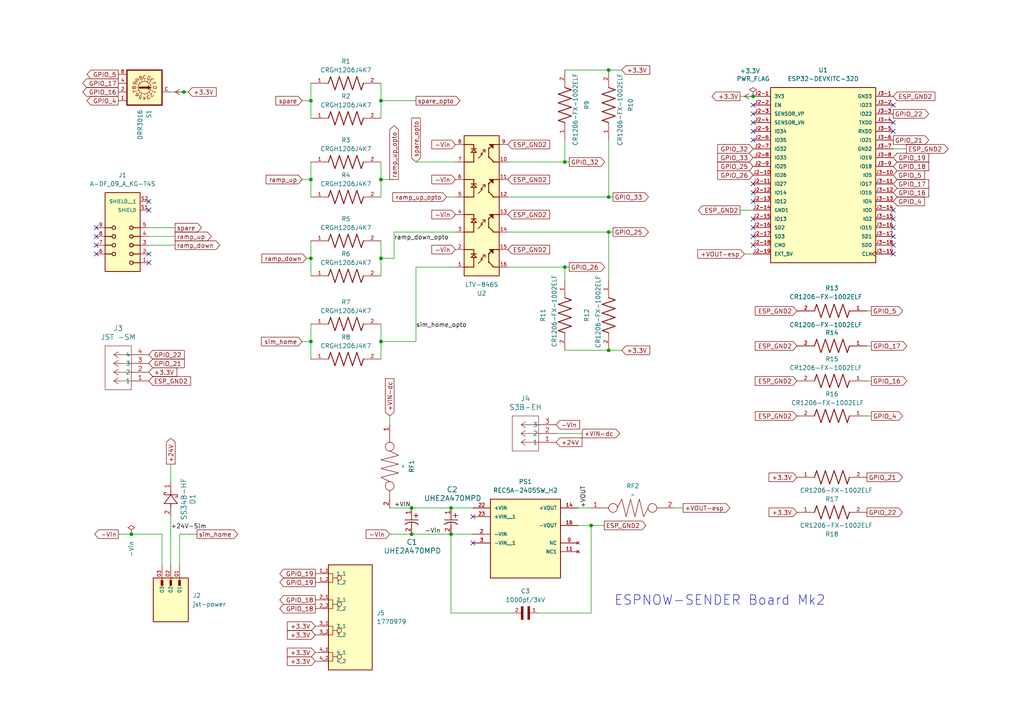
<source format=kicad_sch>
(kicad_sch (version 20250114) (generator "eeschema") (generator_version "9.0")
  (paper "A4")
  (lib_symbols
    (symbol "1770979:1770979" (pin_names (offset 1.016))
      (property "Reference" "J" (at -6.85 15.24 0))
      (property "Value" "1770979" (at -6.35 -17.78 0))
      (symbol "1770979_0_0"
        (pin passive line (at -10.16 12.7 0) (length 5.08) (name "1_1") (number "1_1"))
        (pin passive line (at -10.16 10.16 0) (length 5.08) (name "1_2") (number "1_2"))
        (pin passive line (at -10.16 5.08 0) (length 5.08) (name "2_1") (number "2_1"))
        (pin passive line (at -10.16 2.54 0) (length 5.08) (name "2_2") (number "2_2"))
        (pin passive line (at -10.16 -2.54 0) (length 5.08) (name "3_1") (number "3_1"))
        (pin passive line (at -10.16 -5.08 0) (length 5.08) (name "3_2") (number "3_2"))
        (pin passive line (at -10.16 -10.16 0) (length 5.08) (name "4_1") (number "4_1"))
        (pin passive line (at -10.16 -12.7 0) (length 5.08) (name "4_2") (number "4_2"))
      )
    )
    (symbol "CL31B106KAHNNNE:CL31B106KAHNNNE" (pin_names (offset 1.016))
      (property "Reference" "C" (at 0 3.81 0))
      (property "Value" "CL31B106KAHNNNE" (at 0 -5.08 0))
      (symbol "CL31B106KAHNNNE_0_0"
        (pin passive line (at -2.54 0 0) (length 2.54) (name "~") (number "2"))
        (pin passive line (at 5.08 0 180) (length 2.54) (name "~") (number "1"))
      )
    )
    (symbol "CR1206-FX-1002ELF:CR1206-FX-1002ELF" (pin_names (offset 1.016))
      (property "Reference" "R" (at -7.6244 2.5415 0))
      (property "Value" "CR1206-FX-1002ELF" (at -7.63 -5.0866 0))
      (symbol "CR1206-FX-1002ELF_0_0"
        (pin passive line (at -10.16 0 0) (length 5.08) (name "~") (number "1"))
        (pin passive line (at 10.16 0 180) (length 5.08) (name "~") (number "2"))
      )
    )
    (symbol "CRGH1206J4K7:CRGH1206J4K7" (pin_names (offset 1.016))
      (property "Reference" "R" (at -7.6244 2.5415 0))
      (property "Value" "CRGH1206J4K7" (at -7.63 -5.0866 0))
      (symbol "CRGH1206J4K7_0_0"
        (pin passive line (at -10.16 0 0) (length 5.08) (name "~") (number "1"))
        (pin passive line (at 10.16 0 180) (length 5.08) (name "~") (number "2"))
      )
    )
    (symbol "DRR3016:DRR3016" (pin_names (offset 1.016))
      (property "Reference" "S" (at -4.4499 -5.0856 90))
      (property "Value" "DRR3016" (at 8.9007 -5.0861 90))
      (symbol "DRR3016_0_0"
        (pin passive line (at -2.54 7.62 270) (length 2.54) (name "~") (number "1"))
        (pin passive line (at 0 7.62 270) (length 2.54) (name "~") (number "2"))
        (pin passive line (at 0 -7.62 90) (length 2.54) (name "~") (number "C"))
        (pin passive line (at 2.54 7.62 270) (length 2.54) (name "~") (number "4"))
        (pin passive line (at 5.08 7.62 270) (length 2.54) (name "~") (number "8"))
      )
    )
    (symbol "LTV-846S:LTV-846S" (pin_names (offset 1.016))
      (property "Reference" "U" (at -5.08 21.082 0))
      (property "Value" "LTV-846S" (at -5.08 -22.86 0))
      (symbol "LTV-846S_0_0"
        (pin passive line (at -7.62 17.78 0) (length 2.54) (name "~") (number "1"))
        (pin passive line (at -7.62 12.7 0) (length 2.54) (name "~") (number "2"))
        (pin passive line (at -7.62 7.62 0) (length 2.54) (name "~") (number "3"))
        (pin passive line (at -7.62 2.54 0) (length 2.54) (name "~") (number "4"))
        (pin passive line (at -7.62 -2.54 0) (length 2.54) (name "~") (number "5"))
        (pin passive line (at -7.62 -7.62 0) (length 2.54) (name "~") (number "6"))
        (pin passive line (at -7.62 -12.7 0) (length 2.54) (name "~") (number "7"))
        (pin passive line (at -7.62 -17.78 0) (length 2.54) (name "~") (number "8"))
        (pin passive line (at 7.62 17.78 180) (length 2.54) (name "~") (number "16"))
        (pin passive line (at 7.62 12.7 180) (length 2.54) (name "~") (number "15"))
        (pin passive line (at 7.62 7.62 180) (length 2.54) (name "~") (number "14"))
        (pin passive line (at 7.62 2.54 180) (length 2.54) (name "~") (number "13"))
        (pin passive line (at 7.62 -2.54 180) (length 2.54) (name "~") (number "12"))
        (pin passive line (at 7.62 -7.62 180) (length 2.54) (name "~") (number "11"))
        (pin passive line (at 7.62 -12.7 180) (length 2.54) (name "~") (number "10"))
        (pin passive line (at 7.62 -17.78 180) (length 2.54) (name "~") (number "9"))
      )
    )
    (symbol "custom_library:A-DF_09_A_KG-T4S" (pin_names (offset 1.016))
      (property "Reference" "J1" (at -1.524 -19.558 0))
      (property "Value" "A-DF_09_A_KG-T4S" (at -9.906 -16.256 0))
      (symbol "A-DF_09_A_KG-T4S_0_0"
        (pin passive line (at -7.62 7.62 0) (length 2.54) (name "~") (number "1"))
        (pin passive line (at -7.62 5.08 0) (length 2.54) (name "~") (number "2"))
        (pin passive line (at -7.62 2.54 0) (length 2.54) (name "~") (number "3"))
        (pin passive line (at -7.62 0 0) (length 2.54) (name "~") (number "4"))
        (pin passive line (at -7.62 -2.54 0) (length 2.54) (name "~") (number "5"))
        (pin passive line (at -7.62 -7.62 0) (length 2.54) (name "SHIELD") (number "S1"))
        (pin passive line (at -7.62 -10.16 0) (length 2.54) (name "SHIELD__1") (number "S2"))
        (pin power_out line (at 7.62 5.08 180) (length 2.54) (name "~") (number "6"))
        (pin power_out line (at 7.62 2.54 180) (length 2.54) (name "~") (number "7"))
        (pin power_out line (at 7.62 0 180) (length 2.54) (name "~") (number "8"))
        (pin power_out line (at 7.62 -2.54 180) (length 2.54) (name "~") (number "9"))
      )
    )
    (symbol "custom_library:ESP32-DEVKITC-32D" (pin_names (offset 1.016))
      (property "Reference" "U1" (at 0 30.48 0))
      (property "Value" "ESP32-DEVKITC-32D" (at 0 27.94 0))
      (symbol "ESP32-DEVKITC-32D_0_0"
        (pin power_in line (at -20.32 22.86 0) (length 5.08) (name "3V3") (number "J2-1"))
        (pin input line (at -20.32 20.32 0) (length 5.08) (name "EN") (number "J2-2"))
        (pin input line (at -20.32 17.78 0) (length 5.08) (name "SENSOR_VP") (number "J2-3"))
        (pin input line (at -20.32 15.24 0) (length 5.08) (name "SENSOR_VN") (number "J2-4"))
        (pin bidirectional line (at -20.32 12.7 0) (length 5.08) (name "IO34") (number "J2-5"))
        (pin bidirectional line (at -20.32 10.16 0) (length 5.08) (name "IO35") (number "J2-6"))
        (pin bidirectional line (at -20.32 7.62 0) (length 5.08) (name "IO32") (number "J2-7"))
        (pin bidirectional line (at -20.32 5.08 0) (length 5.08) (name "IO33") (number "J2-8"))
        (pin bidirectional line (at -20.32 2.54 0) (length 5.08) (name "IO25") (number "J2-9"))
        (pin bidirectional line (at -20.32 0 0) (length 5.08) (name "IO26") (number "J2-10"))
        (pin bidirectional line (at -20.32 -2.54 0) (length 5.08) (name "IO27") (number "J2-11"))
        (pin bidirectional line (at -20.32 -5.08 0) (length 5.08) (name "IO14") (number "J2-12"))
        (pin bidirectional line (at -20.32 -7.62 0) (length 5.08) (name "IO12") (number "J2-13"))
        (pin power_in line (at -20.32 -10.16 0) (length 5.08) (name "GND1") (number "J2-14"))
        (pin bidirectional line (at -20.32 -12.7 0) (length 5.08) (name "IO13") (number "J2-15"))
        (pin bidirectional line (at -20.32 -15.24 0) (length 5.08) (name "SD2") (number "J2-16"))
        (pin bidirectional line (at -20.32 -17.78 0) (length 5.08) (name "SD3") (number "J2-17"))
        (pin bidirectional line (at -20.32 -20.32 0) (length 5.08) (name "CMD") (number "J2-18"))
        (pin power_in line (at -20.32 -22.86 0) (length 5.08) (name "EXT_5V") (number "J2-19"))
        (pin power_in line (at 20.32 22.86 180) (length 5.08) (name "GND3") (number "J3-1"))
        (pin bidirectional line (at 20.32 20.32 180) (length 5.08) (name "IO23") (number "J3-2"))
        (pin bidirectional line (at 20.32 17.78 180) (length 5.08) (name "IO22") (number "J3-3"))
        (pin output line (at 20.32 15.24 180) (length 5.08) (name "TXD0") (number "J3-4"))
        (pin input line (at 20.32 12.7 180) (length 5.08) (name "RXD0") (number "J3-5"))
        (pin bidirectional line (at 20.32 10.16 180) (length 5.08) (name "IO21") (number "J3-6"))
        (pin power_out line (at 20.32 7.62 180) (length 5.08) (name "GND2") (number "J3-7"))
        (pin bidirectional line (at 20.32 5.08 180) (length 5.08) (name "IO19") (number "J3-8"))
        (pin bidirectional line (at 20.32 2.54 180) (length 5.08) (name "IO18") (number "J3-9"))
        (pin bidirectional line (at 20.32 0 180) (length 5.08) (name "IO5") (number "J3-10"))
        (pin bidirectional line (at 20.32 -2.54 180) (length 5.08) (name "IO17") (number "J3-11"))
        (pin bidirectional line (at 20.32 -5.08 180) (length 5.08) (name "IO16") (number "J3-12"))
        (pin bidirectional line (at 20.32 -7.62 180) (length 5.08) (name "IO4") (number "J3-13"))
        (pin bidirectional line (at 20.32 -10.16 180) (length 5.08) (name "IO0") (number "J3-14"))
        (pin bidirectional line (at 20.32 -12.7 180) (length 5.08) (name "IO2") (number "J3-15"))
        (pin bidirectional line (at 20.32 -15.24 180) (length 5.08) (name "IO15") (number "J3-16"))
        (pin bidirectional line (at 20.32 -17.78 180) (length 5.08) (name "SD1") (number "J3-17"))
        (pin bidirectional line (at 20.32 -20.32 180) (length 5.08) (name "SD0") (number "J3-18"))
        (pin input clock (at 20.32 -22.86 180) (length 5.08) (name "CLK") (number "J3-19"))
      )
    )
    (symbol "custom_library:JCT" (pin_names (offset 0.254))
      (property "Reference" "J3" (at 8.89 -15.24 0))
      (property "Value" "JCT" (at 8.89 -12.7 0))
      (symbol "JCT_1_1"
        (pin power_in line (at 0 0 0) (length 5.08) (name "1") (number "1"))
        (pin power_in line (at 0 -2.54 0) (length 5.08) (name "2") (number "2"))
        (pin input line (at 0 -5.08 0) (length 5.08) (name "3") (number "3"))
        (pin input line (at 0 -7.62 0) (length 5.08) (name "4") (number "4"))
      )
      (symbol "JCT_1_2"
        (pin unspecified line (at 0 0 0) (length 5.08) (name "1") (number "1"))
        (pin unspecified line (at 0 -2.54 0) (length 5.08) (name "2") (number "2"))
        (pin unspecified line (at 0 -5.08 0) (length 5.08) (name "3") (number "3"))
        (pin unspecified line (at 0 -7.62 0) (length 5.08) (name "4") (number "4"))
      )
    )
    (symbol "custom_library:REC5A-2405SW_H2" (pin_names (offset 1.016))
      (property "Reference" "PS1" (at 0 12.7 0))
      (property "Value" "REC5A-2405SW_H2" (at 0 10.16 0))
      (symbol "REC5A-2405SW_H2_0_0"
        (pin power_in line (at -15.24 5.08 0) (length 5.08) (name "+VIN") (number "22"))
        (pin input line (at -15.24 2.54 0) (length 5.08) (name "+VIN__1") (number "23"))
        (pin power_in line (at -15.24 -2.54 0) (length 5.08) (name "-VIN") (number "2"))
        (pin input line (at -15.24 -5.08 0) (length 5.08) (name "-VIN__1") (number "3"))
        (pin power_out line (at 15.24 5.08 180) (length 5.08) (name "+VOUT") (number "14"))
        (pin power_in line (at 15.24 0 180) (length 5.08) (name "-VOUT") (number "16"))
        (pin no_connect line (at 15.24 -5.08 180) (length 5.08) (name "NC") (number "9"))
        (pin no_connect line (at 15.24 -7.62 180) (length 5.08) (name "NC1") (number "11"))
      )
    )
    (symbol "custom_library:S3B-EH" (pin_names (offset 0.254))
      (property "Reference" "J" (at 8.89 6.35 0))
      (property "Value" "S3B-EH" (at 0 0 0))
      (symbol "S3B-EH_1_1"
        (pin power_in line (at 0 0 0) (length 5.08) (name "1") (number "1"))
        (pin power_out line (at 0 -2.54 0) (length 5.08) (name "2") (number "2"))
        (pin power_in line (at 0 -5.08 0) (length 5.08) (name "3") (number "3"))
      )
      (symbol "S3B-EH_1_2"
        (pin unspecified line (at 0 0 0) (length 5.08) (name "1") (number "1"))
        (pin unspecified line (at 0 -2.54 0) (length 5.08) (name "2") (number "2"))
        (pin unspecified line (at 0 -5.08 0) (length 5.08) (name "3") (number "3"))
      )
    )
    (symbol "custom_library:SS34B-HF" (pin_names (offset 0.254))
      (property "Reference" "D1" (at 5.08 -6.35 0))
      (property "Value" "SS34B-HF" (at 5.08 -3.81 0))
      (symbol "SS34B-HF_0_1"
        (pin power_in line (at 0 0 0) (length 2.54) (name "") (number "2"))
        (pin power_out line (at 10.16 0 180) (length 2.54) (name "") (number "1"))
      )
    )
    (symbol "custom_library:UHE2A470MPD" (pin_names (offset 0.254))
      (property "Reference" "C1" (at -5.334 -0.508 90))
      (property "Value" "UHE2A470MPD" (at -2.794 6.096 90))
      (symbol "UHE2A470MPD_1_1"
        (pin passive line (at 0 0 0) (length 2.54) (name "") (number "1"))
        (pin passive line (at 7.62 0 180) (length 2.54) (name "") (number "2"))
      )
      (symbol "UHE2A470MPD_1_2"
        (pin unspecified line (at 0 0 270) (length 2.54) (name "") (number "2"))
        (pin unspecified line (at 0 -7.62 90) (length 2.54) (name "") (number "1"))
      )
    )
    (symbol "custom_library:jst-power" (pin_names (offset 1.016))
      (property "Reference" "J2" (at 10.16 -1.778 90))
      (property "Value" "jst-power" (at 12.446 -4.572 90))
      (symbol "jst-power_0_0"
        (pin passive line (at -10.16 2.54 0) (length 5.08) (name "01") (number "01"))
        (pin power_out line (at -10.16 0 0) (length 5.08) (name "02") (number "02"))
        (pin passive line (at -10.16 -2.54 0) (length 5.08) (name "03") (number "03"))
      )
    )
    (symbol "custom_library:reset_fuse"
      (property "Reference" "RF1" (at -0.635 6.35 0))
      (property "Value" "~" (at -0.635 3.81 0))
      (symbol "reset_fuse_1_1"
        (pin power_in line (at -12.7 0 0) (length 2.54) (name "") (number "1"))
        (pin power_out line (at 11.43 0 180) (length 2.54) (name "") (number "2"))
      )
    )
    (symbol "power:+3.3V" (power) (pin_numbers (hide yes)) (pin_names (offset 0) (hide yes))
      (property "Value" "+3.3V" (at 0 3.556 0))
      (symbol "+3.3V_1_1"
        (pin power_in line (at 0 0 90) (length 0) (name "~") (number "1"))
      )
    )
    (symbol "power:PWR_FLAG" (power) (pin_numbers (hide yes)) (pin_names (offset 0) (hide yes))
      (property "Value" "PWR_FLAG" (at 0 3.81 0))
      (symbol "PWR_FLAG_0_0"
        (pin power_out line (at 0 0 90) (length 0) (name "~") (number "1"))
      )
    )
  )
  (text "ESPNOW-SENDER Board Mk2\n" (at 208.788 174.244 0) (effects (font (size 2.794 2.794))))
  (junction (at 176.53 67.31))
  (junction (at 130.81 154.94))
  (junction (at 110.49 99.06))
  (junction (at 90.17 99.06))
  (junction (at 176.53 101.6))
  (junction (at 119.38 154.94))
  (junction (at 110.49 74.93))
  (junction (at 53.34 26.67))
  (junction (at 38.1 154.94))
  (junction (at 90.17 74.93))
  (junction (at 163.83 46.99))
  (junction (at 90.17 52.07))
  (junction (at 90.17 29.21))
  (junction (at 176.53 20.32))
  (junction (at 110.49 52.07))
  (junction (at 171.45 152.4))
  (junction (at 176.53 57.15))
  (junction (at 130.81 147.32))
  (junction (at 110.49 29.21))
  (junction (at 119.38 147.32))
  (junction (at 163.83 77.47))
  (junction (at 218.44 27.94))
  (no_connect (at 43.18 76.2))
  (no_connect (at 259.08 71.12))
  (no_connect (at 218.44 30.48))
  (no_connect (at 218.44 68.58))
  (no_connect (at 259.08 38.1))
  (no_connect (at 218.44 71.12))
  (no_connect (at 218.44 55.88))
  (no_connect (at 218.44 35.56))
  (no_connect (at 43.18 73.66))
  (no_connect (at 259.08 68.58))
  (no_connect (at 259.08 60.96))
  (no_connect (at 259.08 63.5))
  (no_connect (at 259.08 35.56))
  (no_connect (at 27.94 71.12))
  (no_connect (at 218.44 53.34))
  (no_connect (at 259.08 66.04))
  (no_connect (at 218.44 58.42))
  (no_connect (at 259.08 73.66))
  (no_connect (at 27.94 66.04))
  (no_connect (at 259.08 30.48))
  (no_connect (at 218.44 40.64))
  (no_connect (at 218.44 38.1))
  (no_connect (at 43.18 58.42))
  (no_connect (at 218.44 63.5))
  (no_connect (at 137.16 149.86))
  (no_connect (at 218.44 33.02))
  (no_connect (at 43.18 60.96))
  (no_connect (at 27.94 68.58))
  (no_connect (at 137.16 157.48))
  (no_connect (at 218.44 66.04))
  (no_connect (at 27.94 73.66))
  (wire (pts (xy 113.03 123.19) (xy 113.03 120.65)))
  (wire (pts (xy 110.49 69.85) (xy 110.49 74.93)))
  (wire (pts (xy 195.58 147.32) (xy 198.12 147.32)))
  (wire (pts (xy 252.73 110.49) (xy 251.46 110.49)))
  (wire (pts (xy 38.1 154.94) (xy 34.29 154.94)))
  (wire (pts (xy 110.49 99.06) (xy 120.65 99.06)))
  (wire (pts (xy 54.61 26.67) (xy 53.34 26.67)))
  (wire (pts (xy 119.38 154.94) (xy 130.81 154.94)))
  (wire (pts (xy 90.17 46.99) (xy 90.17 52.07)))
  (wire (pts (xy 167.64 152.4) (xy 171.45 152.4)))
  (wire (pts (xy 214.63 60.96) (xy 218.44 60.96)))
  (wire (pts (xy 171.45 177.8) (xy 171.45 152.4)))
  (wire (pts (xy 147.32 77.47) (xy 163.83 77.47)))
  (wire (pts (xy 130.81 177.8) (xy 148.59 177.8)))
  (wire (pts (xy 130.81 177.8) (xy 130.81 154.94)))
  (wire (pts (xy 90.17 24.13) (xy 90.17 29.21)))
  (wire (pts (xy 176.53 67.31) (xy 176.53 81.28)))
  (wire (pts (xy 113.03 147.32) (xy 119.38 147.32)))
  (wire (pts (xy 176.53 67.31) (xy 177.8 67.31)))
  (wire (pts (xy 163.83 20.32) (xy 176.53 20.32)))
  (wire (pts (xy 46.99 163.83) (xy 46.99 154.94)))
  (wire (pts (xy 114.3 67.31) (xy 132.08 67.31)))
  (wire (pts (xy 252.73 90.17) (xy 251.46 90.17)))
  (wire (pts (xy 110.49 99.06) (xy 110.49 104.14)))
  (wire (pts (xy 110.49 93.98) (xy 110.49 99.06)))
  (wire (pts (xy 90.17 69.85) (xy 90.17 74.93)))
  (wire (pts (xy 156.21 177.8) (xy 171.45 177.8)))
  (wire (pts (xy 110.49 74.93) (xy 110.49 80.01)))
  (wire (pts (xy 88.9 74.93) (xy 90.17 74.93)))
  (wire (pts (xy 90.17 74.93) (xy 90.17 80.01)))
  (wire (pts (xy 163.83 40.64) (xy 163.83 46.99)))
  (wire (pts (xy 147.32 67.31) (xy 176.53 67.31)))
  (wire (pts (xy 252.73 120.65) (xy 251.46 120.65)))
  (wire (pts (xy 168.91 125.73) (xy 161.29 125.73)))
  (wire (pts (xy 113.03 154.94) (xy 119.38 154.94)))
  (wire (pts (xy 87.63 52.07) (xy 90.17 52.07)))
  (wire (pts (xy 119.38 147.32) (xy 130.81 147.32)))
  (wire (pts (xy 120.65 77.47) (xy 120.65 99.06)))
  (wire (pts (xy 90.17 93.98) (xy 90.17 99.06)))
  (wire (pts (xy 52.07 154.94) (xy 57.15 154.94)))
  (wire (pts (xy 215.9 73.66) (xy 218.44 73.66)))
  (wire (pts (xy 120.65 46.99) (xy 132.08 46.99)))
  (wire (pts (xy 43.18 71.12) (xy 50.8 71.12)))
  (wire (pts (xy 110.49 29.21) (xy 110.49 34.29)))
  (wire (pts (xy 110.49 24.13) (xy 110.49 29.21)))
  (wire (pts (xy 110.49 74.93) (xy 114.3 74.93)))
  (wire (pts (xy 49.53 149.86) (xy 49.53 163.83)))
  (wire (pts (xy 163.83 81.28) (xy 163.83 77.47)))
  (wire (pts (xy 137.16 154.94) (xy 130.81 154.94)))
  (wire (pts (xy 46.99 154.94) (xy 38.1 154.94)))
  (wire (pts (xy 259.08 43.18) (xy 262.89 43.18)))
  (wire (pts (xy 53.34 26.67) (xy 49.53 26.67)))
  (wire (pts (xy 171.45 152.4) (xy 175.26 152.4)))
  (wire (pts (xy 90.17 99.06) (xy 90.17 104.14)))
  (wire (pts (xy 252.73 100.33) (xy 251.46 100.33)))
  (wire (pts (xy 52.07 154.94) (xy 52.07 163.83)))
  (wire (pts (xy 163.83 46.99) (xy 165.1 46.99)))
  (wire (pts (xy 129.54 57.15) (xy 132.08 57.15)))
  (wire (pts (xy 87.63 99.06) (xy 90.17 99.06)))
  (wire (pts (xy 49.53 134.62) (xy 49.53 139.7)))
  (wire (pts (xy 110.49 52.07) (xy 114.3 52.07)))
  (wire (pts (xy 176.53 57.15) (xy 177.8 57.15)))
  (wire (pts (xy 163.83 77.47) (xy 165.1 77.47)))
  (wire (pts (xy 147.32 57.15) (xy 176.53 57.15)))
  (wire (pts (xy 176.53 20.32) (xy 180.34 20.32)))
  (wire (pts (xy 90.17 29.21) (xy 90.17 34.29)))
  (wire (pts (xy 43.18 66.04) (xy 50.8 66.04)))
  (wire (pts (xy 90.17 52.07) (xy 90.17 57.15)))
  (wire (pts (xy 130.81 147.32) (xy 137.16 147.32)))
  (wire (pts (xy 110.49 46.99) (xy 110.49 52.07)))
  (wire (pts (xy 110.49 52.07) (xy 110.49 57.15)))
  (wire (pts (xy 147.32 46.99) (xy 163.83 46.99)))
  (wire (pts (xy 110.49 29.21) (xy 120.65 29.21)))
  (wire (pts (xy 163.83 101.6) (xy 176.53 101.6)))
  (wire (pts (xy 176.53 40.64) (xy 176.53 57.15)))
  (wire (pts (xy 167.64 147.32) (xy 171.45 147.32)))
  (wire (pts (xy 114.3 67.31) (xy 114.3 74.93)))
  (wire (pts (xy 43.18 68.58) (xy 50.8 68.58)))
  (wire (pts (xy 176.53 101.6) (xy 180.34 101.6)))
  (wire (pts (xy 120.65 77.47) (xy 132.08 77.47)))
  (wire (pts (xy 214.63 27.94) (xy 218.44 27.94)))
  (wire (pts (xy 87.63 29.21) (xy 90.17 29.21)))
  (label "-Vin" (at 123.19 154.94 0))
  (label "ramp_down_opto" (at 114.3 69.85 0))
  (label "+VOUT" (at 170.18 147.32 90))
  (label "+VIN" (at 114.3 147.32 0))
  (label "sim_home_opto" (at 120.65 95.25 0))
  (label "+24V-Sim" (at 49.53 153.67 0))
  (global_label "GPIO_32" (shape input) (at 218.44 43.18 180) (property "Intersheetrefs" "${INTERSHEET_REFS}" (effects (hide yes))))
  (global_label "ESP_GND2" (shape input) (at 147.32 41.91 0) (property "Intersheetrefs" "${INTERSHEET_REFS}" (effects (hide yes))))
  (global_label "+3.3V" (shape input) (at 231.14 148.59 180) (property "Intersheetrefs" "${INTERSHEET_REFS}" (effects (hide yes))))
  (global_label "spare" (shape input) (at 87.63 29.21 180) (property "Intersheetrefs" "${INTERSHEET_REFS}" (effects (hide yes))))
  (global_label "GPIO_22" (shape output) (at 259.08 33.02 0) (property "Intersheetrefs" "${INTERSHEET_REFS}" (effects (hide yes))))
  (global_label "-Vin" (shape input) (at 161.29 123.19 0) (property "Intersheetrefs" "${INTERSHEET_REFS}" (effects (hide yes))))
  (global_label "+3.3V" (shape output) (at 214.63 27.94 180) (property "Intersheetrefs" "${INTERSHEET_REFS}" (effects (hide yes))))
  (global_label "-Vin" (shape input) (at 132.08 41.91 180) (property "Intersheetrefs" "${INTERSHEET_REFS}" (effects (hide yes))))
  (global_label "ESP_GND2" (shape input) (at 147.32 52.07 0) (property "Intersheetrefs" "${INTERSHEET_REFS}" (effects (hide yes))))
  (global_label "spare" (shape output) (at 50.8 66.04 0) (property "Intersheetrefs" "${INTERSHEET_REFS}" (effects (hide yes))))
  (global_label "-Vin" (shape input) (at 132.08 52.07 180) (property "Intersheetrefs" "${INTERSHEET_REFS}" (effects (hide yes))))
  (global_label "ramp_up_opto" (shape input) (at 129.54 57.15 180) (property "Intersheetrefs" "${INTERSHEET_REFS}" (effects (hide yes))))
  (global_label "GPIO_21" (shape output) (at 251.46 138.43 0) (property "Intersheetrefs" "${INTERSHEET_REFS}" (effects (hide yes))))
  (global_label "GPIO_4" (shape output) (at 34.29 29.21 180) (property "Intersheetrefs" "${INTERSHEET_REFS}" (effects (hide yes))))
  (global_label "+24V" (shape output) (at 49.53 134.62 90) (property "Intersheetrefs" "${INTERSHEET_REFS}" (effects (hide yes))))
  (global_label "GPIO_21" (shape input) (at 43.18 105.41 0) (property "Intersheetrefs" "${INTERSHEET_REFS}" (effects (hide yes))))
  (global_label "+3.3V" (shape input) (at 91.44 189.23 180) (property "Intersheetrefs" "${INTERSHEET_REFS}" (effects (hide yes))))
  (global_label "+3.3V" (shape input) (at 91.44 181.61 180) (property "Intersheetrefs" "${INTERSHEET_REFS}" (effects (hide yes))))
  (global_label "-Vin" (shape output) (at 34.29 154.94 180) (property "Intersheetrefs" "${INTERSHEET_REFS}" (effects (hide yes))))
  (global_label "ESP_GND2" (shape output) (at 175.26 152.4 0) (property "Intersheetrefs" "${INTERSHEET_REFS}" (effects (hide yes))))
  (global_label "ESP_GND2" (shape input) (at 231.14 110.49 180) (property "Intersheetrefs" "${INTERSHEET_REFS}" (effects (hide yes))))
  (global_label "ramp_up_opto" (shape output) (at 114.3 52.07 90) (property "Intersheetrefs" "${INTERSHEET_REFS}" (effects (hide yes))))
  (global_label "+VIN-dc" (shape output) (at 168.91 125.73 0) (property "Intersheetrefs" "${INTERSHEET_REFS}" (effects (hide yes))))
  (global_label "+3.3V" (shape input) (at 91.44 184.15 180) (property "Intersheetrefs" "${INTERSHEET_REFS}" (effects (hide yes))))
  (global_label "GPIO_5" (shape output) (at 34.29 21.59 180) (property "Intersheetrefs" "${INTERSHEET_REFS}" (effects (hide yes))))
  (global_label "ESP_GND2" (shape input) (at 259.08 27.94 0) (property "Intersheetrefs" "${INTERSHEET_REFS}" (effects (hide yes))))
  (global_label "GPIO_18" (shape output) (at 91.44 176.53 180) (property "Intersheetrefs" "${INTERSHEET_REFS}" (effects (hide yes))))
  (global_label "ESP_GND2" (shape input) (at 147.32 72.39 0) (property "Intersheetrefs" "${INTERSHEET_REFS}" (effects (hide yes))))
  (global_label "GPIO_19" (shape output) (at 91.44 166.37 180) (property "Intersheetrefs" "${INTERSHEET_REFS}" (effects (hide yes))))
  (global_label "sim_home" (shape input) (at 87.63 99.06 180) (property "Intersheetrefs" "${INTERSHEET_REFS}" (effects (hide yes))))
  (global_label "ESP_GND2" (shape output) (at 214.63 60.96 180) (property "Intersheetrefs" "${INTERSHEET_REFS}" (effects (hide yes))))
  (global_label "+VIN-dc" (shape input) (at 113.03 120.65 90) (property "Intersheetrefs" "${INTERSHEET_REFS}" (effects (hide yes))))
  (global_label "GPIO_5" (shape input) (at 259.08 50.8 0) (property "Intersheetrefs" "${INTERSHEET_REFS}" (effects (hide yes))))
  (global_label "ramp_down" (shape output) (at 50.8 71.12 0) (property "Intersheetrefs" "${INTERSHEET_REFS}" (effects (hide yes))))
  (global_label "+24V" (shape input) (at 161.29 128.27 0) (property "Intersheetrefs" "${INTERSHEET_REFS}" (effects (hide yes))))
  (global_label "GPIO_25" (shape output) (at 177.8 67.31 0) (property "Intersheetrefs" "${INTERSHEET_REFS}" (effects (hide yes))))
  (global_label "GPIO_26" (shape input) (at 218.44 50.8 180) (property "Intersheetrefs" "${INTERSHEET_REFS}" (effects (hide yes))))
  (global_label "-Vin" (shape input) (at 113.03 154.94 180) (property "Intersheetrefs" "${INTERSHEET_REFS}" (effects (hide yes))))
  (global_label "GPIO_16" (shape input) (at 259.08 55.88 0) (property "Intersheetrefs" "${INTERSHEET_REFS}" (effects (hide yes))))
  (global_label "-Vin" (shape input) (at 132.08 72.39 180) (property "Intersheetrefs" "${INTERSHEET_REFS}" (effects (hide yes))))
  (global_label "+3.3V" (shape input) (at 180.34 20.32 0) (property "Intersheetrefs" "${INTERSHEET_REFS}" (effects (hide yes))))
  (global_label "GPIO_32" (shape output) (at 165.1 46.99 0) (property "Intersheetrefs" "${INTERSHEET_REFS}" (effects (hide yes))))
  (global_label "spare_opto" (shape input) (at 120.65 46.99 90) (property "Intersheetrefs" "${INTERSHEET_REFS}" (effects (hide yes))))
  (global_label "GPIO_19" (shape output) (at 91.44 168.91 180) (property "Intersheetrefs" "${INTERSHEET_REFS}" (effects (hide yes))))
  (global_label "GPIO_5" (shape output) (at 252.73 90.17 0) (property "Intersheetrefs" "${INTERSHEET_REFS}" (effects (hide yes))))
  (global_label "GPIO_16" (shape output) (at 34.29 26.67 180) (property "Intersheetrefs" "${INTERSHEET_REFS}" (effects (hide yes))))
  (global_label "+3.3V" (shape input) (at 180.34 101.6 0) (property "Intersheetrefs" "${INTERSHEET_REFS}" (effects (hide yes))))
  (global_label "spare_opto" (shape output) (at 120.65 29.21 0) (property "Intersheetrefs" "${INTERSHEET_REFS}" (effects (hide yes))))
  (global_label "+3.3V" (shape input) (at 43.18 107.95 0) (property "Intersheetrefs" "${INTERSHEET_REFS}" (effects (hide yes))))
  (global_label "GPIO_25" (shape input) (at 218.44 48.26 180) (property "Intersheetrefs" "${INTERSHEET_REFS}" (effects (hide yes))))
  (global_label "-Vin" (shape input) (at 132.08 62.23 180) (property "Intersheetrefs" "${INTERSHEET_REFS}" (effects (hide yes))))
  (global_label "+VOUT-esp" (shape output) (at 198.12 147.32 0) (property "Intersheetrefs" "${INTERSHEET_REFS}" (effects (hide yes))))
  (global_label "sim_home" (shape output) (at 57.15 154.94 0) (property "Intersheetrefs" "${INTERSHEET_REFS}" (effects (hide yes))))
  (global_label "GPIO_22" (shape output) (at 251.46 148.59 0) (property "Intersheetrefs" "${INTERSHEET_REFS}" (effects (hide yes))))
  (global_label "+VOUT-esp" (shape input) (at 215.9 73.66 180) (property "Intersheetrefs" "${INTERSHEET_REFS}" (effects (hide yes))))
  (global_label "GPIO_22" (shape input) (at 43.18 102.87 0) (property "Intersheetrefs" "${INTERSHEET_REFS}" (effects (hide yes))))
  (global_label "ramp_down" (shape input) (at 88.9 74.93 180) (property "Intersheetrefs" "${INTERSHEET_REFS}" (effects (hide yes))))
  (global_label "GPIO_26" (shape output) (at 165.1 77.47 0) (property "Intersheetrefs" "${INTERSHEET_REFS}" (effects (hide yes))))
  (global_label "GPIO_19" (shape input) (at 259.08 45.72 0) (property "Intersheetrefs" "${INTERSHEET_REFS}" (effects (hide yes))))
  (global_label "GPIO_4" (shape input) (at 259.08 58.42 0) (property "Intersheetrefs" "${INTERSHEET_REFS}" (effects (hide yes))))
  (global_label "GPIO_17" (shape output) (at 252.73 100.33 0) (property "Intersheetrefs" "${INTERSHEET_REFS}" (effects (hide yes))))
  (global_label "GPIO_33" (shape output) (at 177.8 57.15 0) (property "Intersheetrefs" "${INTERSHEET_REFS}" (effects (hide yes))))
  (global_label "+3.3V" (shape input) (at 54.61 26.67 0) (property "Intersheetrefs" "${INTERSHEET_REFS}" (effects (hide yes))))
  (global_label "ESP_GND2" (shape input) (at 231.14 90.17 180) (property "Intersheetrefs" "${INTERSHEET_REFS}" (effects (hide yes))))
  (global_label "ESP_GND2" (shape input) (at 43.18 110.49 0) (property "Intersheetrefs" "${INTERSHEET_REFS}" (effects (hide yes))))
  (global_label "ramp_up" (shape output) (at 50.8 68.58 0) (property "Intersheetrefs" "${INTERSHEET_REFS}" (effects (hide yes))))
  (global_label "ESP_GND2" (shape output) (at 262.89 43.18 0) (property "Intersheetrefs" "${INTERSHEET_REFS}" (effects (hide yes))))
  (global_label "GPIO_4" (shape output) (at 252.73 120.65 0) (property "Intersheetrefs" "${INTERSHEET_REFS}" (effects (hide yes))))
  (global_label "GPIO_21" (shape output) (at 259.08 40.64 0) (property "Intersheetrefs" "${INTERSHEET_REFS}" (effects (hide yes))))
  (global_label "ESP_GND2" (shape input) (at 231.14 100.33 180) (property "Intersheetrefs" "${INTERSHEET_REFS}" (effects (hide yes))))
  (global_label "GPIO_18" (shape input) (at 259.08 48.26 0) (property "Intersheetrefs" "${INTERSHEET_REFS}" (effects (hide yes))))
  (global_label "GPIO_17" (shape output) (at 34.29 24.13 180) (property "Intersheetrefs" "${INTERSHEET_REFS}" (effects (hide yes))))
  (global_label "ramp_up" (shape input) (at 87.63 52.07 180) (property "Intersheetrefs" "${INTERSHEET_REFS}" (effects (hide yes))))
  (global_label "ESP_GND2" (shape input) (at 231.14 120.65 180) (property "Intersheetrefs" "${INTERSHEET_REFS}" (effects (hide yes))))
  (global_label "+3.3V" (shape input) (at 91.44 191.77 180) (property "Intersheetrefs" "${INTERSHEET_REFS}" (effects (hide yes))))
  (global_label "GPIO_33" (shape input) (at 218.44 45.72 180) (property "Intersheetrefs" "${INTERSHEET_REFS}" (effects (hide yes))))
  (global_label "+3.3V" (shape input) (at 231.14 138.43 180) (property "Intersheetrefs" "${INTERSHEET_REFS}" (effects (hide yes))))
  (global_label "ESP_GND2" (shape input) (at 147.32 62.23 0) (property "Intersheetrefs" "${INTERSHEET_REFS}" (effects (hide yes))))
  (global_label "GPIO_17" (shape input) (at 259.08 53.34 0) (property "Intersheetrefs" "${INTERSHEET_REFS}" (effects (hide yes))))
  (global_label "GPIO_18" (shape output) (at 91.44 173.99 180) (property "Intersheetrefs" "${INTERSHEET_REFS}" (effects (hide yes))))
  (global_label "GPIO_16" (shape output) (at 252.73 110.49 0) (property "Intersheetrefs" "${INTERSHEET_REFS}" (effects (hide yes))))
  (symbol (lib_id "custom_library:JCT") (at 43.18 110.49 180) (unit 1)
    (property "Reference" "J3" (at 34.29 95.25 0) (effects (font (size 1.524 1.524))))
    (property "Value" "JST -SM" (at 34.29 97.79 0) (effects (font (size 1.524 1.524))))
    (property "Footprint" "footprints:CONN_BM04B-SRSS-TB_SPK" (effects (hide yes)))
    (property "Datasheet" "PRT-16766" (effects (hide yes)))
  )
  (symbol (lib_id "custom_library:A-DF_09_A_KG-T4S") (at 35.56 68.58 180) (unit 1)
    (property "Reference" "J1" (at 35.56 50.8 0))
    (property "Value" "A-DF_09_A_KG-T4S" (at 35.56 53.34 0))
    (property "Footprint" "footprints:ASSMANN_A-DF_09_A_KG-T4S" (effects (hide yes)))
    (property "PARTREV" "05" (effects (hide yes)))
    (property "MANUFACTURER" "Assmann WSW Components" (effects (hide yes)))
    (property "MAXIMUM_PACKAGE_HEIGHT" "12.8mm" (effects (hide yes)))
    (property "STANDARD" "Manufacturer Recommendations" (effects (hide yes)))
  )
  (symbol (lib_id "CRGH1206J4K7:CRGH1206J4K7") (at 100.33 34.29 0) (unit 1)
    (property "Reference" "R2" (at 100.33 27.94 0))
    (property "Value" "CRGH1206J4K7" (at 100.33 30.48 0))
    (property "Footprint" "footprints:RESC3115X65N" (effects (hide yes)))
  )
  (symbol (lib_id "custom_library:SS34B-HF") (at 49.53 149.86 90) (unit 1)
    (property "Reference" "D1" (at 55.88 144.78 0) (effects (font (size 1.524 1.524))))
    (property "Value" "SS34B-HF" (at 53.34 144.78 0) (effects (font (size 1.524 1.524))))
    (property "Footprint" "footprints:DO214AASMB_CIP-L" (effects (hide yes)))
    (property "Datasheet" "SS34B-HF" (effects (hide yes)))
  )
  (symbol (lib_id "CRGH1206J4K7:CRGH1206J4K7") (at 100.33 104.14 0) (unit 1)
    (property "Reference" "R8" (at 100.33 97.79 0))
    (property "Value" "CRGH1206J4K7" (at 100.33 100.33 0))
    (property "Footprint" "footprints:RESC3115X65N" (effects (hide yes)))
  )
  (symbol (lib_id "CL31B106KAHNNNE:CL31B106KAHNNNE") (at 151.13 177.8 0) (unit 1)
    (property "Reference" "C3" (at 152.4 171.45 0))
    (property "Value" "1000pf/3kV" (at 152.4 173.99 0))
    (property "Footprint" "footprints:CAPC3216X180N" (effects (hide yes)))
  )
  (symbol (lib_id "CR1206-FX-1002ELF:CR1206-FX-1002ELF") (at 176.53 91.44 270) (unit 1)
    (property "Reference" "R12" (at 170.18 91.44 0))
    (property "Value" "CR1206-FX-1002ELF" (at 173.482 90.424 0))
    (property "Footprint" "footprints:RESC3216X75N" (effects (hide yes)))
  )
  (symbol (lib_id "CR1206-FX-1002ELF:CR1206-FX-1002ELF") (at 241.3 90.17 180) (unit 1)
    (property "Reference" "R14" (at 241.3 96.52 0))
    (property "Value" "CR1206-FX-1002ELF" (at 239.522 86.106 0))
    (property "Footprint" "footprints:RESC3216X75N" (effects (hide yes)))
  )
  (symbol (lib_id "power:+3.3V") (at 53.34 26.67 90) (unit 1)
    (property "Reference" "#PWR013" (effects (hide yes)))
    (property "Value" "+3.3V" (effects (hide yes)))
    (property "Description" "Power symbol creates a global label with name \"+3.3V\"" (effects (hide yes)))
  )
  (symbol (lib_id "1770979:1770979") (at 101.6 179.07 0) (unit 1)
    (property "Reference" "J5" (at 109.22 177.7999 0) (effects (justify left)))
    (property "Value" "1770979" (at 109.22 180.3399 0) (effects (justify left)))
    (property "Footprint" "footprints:PHOENIX_1770979" (effects (hide yes)))
    (property "MANUFACTURER" "PHOENIX" (effects (hide yes)))
  )
  (symbol (lib_id "CRGH1206J4K7:CRGH1206J4K7") (at 100.33 24.13 0) (unit 1)
    (property "Reference" "R1" (at 100.33 17.78 0))
    (property "Value" "CRGH1206J4K7" (at 100.33 20.32 0))
    (property "Footprint" "footprints:RESC3115X65N" (effects (hide yes)))
  )
  (symbol (lib_id "CR1206-FX-1002ELF:CR1206-FX-1002ELF") (at 241.3 120.65 180) (unit 1)
    (property "Reference" "R16" (at 241.3 114.3 0))
    (property "Value" "CR1206-FX-1002ELF" (at 240.03 116.84 0))
    (property "Footprint" "footprints:RESC3216X75N" (effects (hide yes)))
  )
  (symbol (lib_id "CR1206-FX-1002ELF:CR1206-FX-1002ELF") (at 163.83 91.44 270) (unit 1)
    (property "Reference" "R11" (at 157.48 91.44 0))
    (property "Value" "CR1206-FX-1002ELF" (at 160.782 90.17 0))
    (property "Footprint" "footprints:RESC3216X75N" (effects (hide yes)))
  )
  (symbol (lib_id "power:+3.3V") (at 218.44 27.94 90) (unit 1)
    (property "Reference" "#PWR03" (effects (hide yes)))
    (property "Value" "+3.3V" (at 220.472 20.574 90) (effects (justify left)))
    (property "Description" "Power symbol creates a global label with name \"+3.3V\"" (effects (hide yes)))
  )
  (symbol (lib_id "CRGH1206J4K7:CRGH1206J4K7") (at 100.33 57.15 0) (unit 1)
    (property "Reference" "R4" (at 100.33 50.8 0))
    (property "Value" "CRGH1206J4K7" (at 100.33 53.34 0))
    (property "Footprint" "footprints:RESC3015X65N" (effects (hide yes)))
  )
  (symbol (lib_id "custom_library:UHE2A470MPD") (at 119.38 147.32 270) (unit 1)
    (property "Reference" "C1" (at 117.856 157.226 90) (effects (font (size 1.524 1.524)) (justify left)))
    (property "Value" "UHE2A470MPD" (at 111.252 159.766 90) (effects (font (size 1.524 1.524)) (justify left)))
    (property "Footprint" "footprints:PCAP_10x12_5-THRU-ELECT_NCA" (effects (hide yes)))
    (property "Datasheet" "UHE2A470MPD" (effects (hide yes)))
  )
  (symbol (lib_id "custom_library:UHE2A470MPD") (at 130.81 147.32 270) (unit 1)
    (property "Reference" "C2" (at 129.54 141.986 90) (effects (font (size 1.524 1.524)) (justify left)))
    (property "Value" "UHE2A470MPD" (at 122.936 144.526 90) (effects (font (size 1.524 1.524)) (justify left)))
    (property "Footprint" "footprints:PCAP_10x12_5-THRU-ELECT_NCA" (effects (hide yes)))
    (property "Datasheet" "UHE2A470MPD" (effects (hide yes)))
  )
  (symbol (lib_id "CR1206-FX-1002ELF:CR1206-FX-1002ELF") (at 176.53 30.48 90) (unit 1)
    (property "Reference" "R10" (at 182.88 30.48 0))
    (property "Value" "CR1206-FX-1002ELF" (at 179.832 31.75 0))
    (property "Footprint" "footprints:RESC3216X75N" (effects (hide yes)))
  )
  (symbol (lib_id "power:PWR_FLAG") (at 218.44 27.94 0) (unit 1)
    (property "Reference" "#FLG04" (effects (hide yes)))
    (property "Value" "PWR_FLAG" (at 218.44 22.86 0))
    (property "Description" "Special symbol for telling ERC where power comes from" (effects (hide yes)))
  )
  (symbol (lib_id "power:PWR_FLAG") (at 38.1 154.94 0) (unit 1)
    (property "Reference" "#FLG01" (effects (hide yes)))
    (property "Value" "-Vin" (at 38.1 161.544 90) (effects (justify left)))
    (property "Description" "Special symbol for telling ERC where power comes from" (effects (hide yes)))
  )
  (symbol (lib_id "custom_library:jst-power") (at 49.53 173.99 270) (unit 1)
    (property "Reference" "J2" (at 55.88 172.7199 90) (effects (justify left)))
    (property "Value" "jst-power" (at 55.88 175.2599 90) (effects (justify left)))
    (property "Footprint" "footprints:PHOENIX_1757255" (effects (hide yes)))
    (property "PARTREV" "28.07.2023" (effects (hide yes)))
    (property "STANDARD" "Manufacturer Recommendations" (effects (hide yes)))
    (property "MANUFACTURER" "Phoenix Contact" (effects (hide yes)))
  )
  (symbol (lib_id "CR1206-FX-1002ELF:CR1206-FX-1002ELF") (at 241.3 148.59 0) (unit 1)
    (property "Reference" "R18" (at 241.3 154.94 0))
    (property "Value" "CR1206-FX-1002ELF" (at 242.57 152.4 0))
    (property "Footprint" "footprints:RESC3216X75N" (effects (hide yes)))
  )
  (symbol (lib_id "custom_library:ESP32-DEVKITC-32D") (at 238.76 50.8 0) (unit 1)
    (property "Reference" "U1" (at 238.76 20.32 0))
    (property "Value" "ESP32-DEVKITC-32D" (at 238.76 22.86 0))
    (property "Footprint" "footprints:MODULE_ESP32-DEVKITC-32D" (effects (hide yes)))
    (property "MF" "Espressif Systems" (effects (hide yes)))
    (property "MAXIMUM_PACKAGE_HEIGHT" "N/A" (effects (hide yes)))
    (property "Package" "None" (effects (hide yes)))
    (property "Price" "None" (effects (hide yes)))
    (property "Check_prices" "https://www.snapeda.com/parts/ESP32-DEVKITC-32D/Espressif+Systems/view-part/?ref=eda" (effects (hide yes)))
    (property "STANDARD" "Manufacturer Recommendations" (effects (hide yes)))
    (property "PARTREV" "V4" (effects (hide yes)))
    (property "SnapEDA_Link" "https://www.snapeda.com/parts/ESP32-DEVKITC-32D/Espressif+Systems/view-part/?ref=snap" (effects (hide yes)))
    (property "MP" "ESP32-DEVKITC-32D" (effects (hide yes)))
    (property "Description_1" "WiFi Development Tools (802.11) ESP32 General Development Kit, ESP32-WROOM-32D on the board" (effects (hide yes)))
    (property "MANUFACTURER" "Espressif Systems" (effects (hide yes)))
    (property "Availability" "In Stock" (effects (hide yes)))
    (property "SNAPEDA_PN" "ESP32-DEVKITC-32D" (effects (hide yes)))
  )
  (symbol (lib_id "DRR3016:DRR3016") (at 41.91 26.67 90) (unit 1)
    (property "Reference" "S1" (at 43.1801 31.75 0) (effects (justify right)))
    (property "Value" "DRR3016" (at 40.6401 31.75 0) (effects (justify right)))
    (property "Footprint" "footprints:DRR3010" (effects (hide yes)))
    (property "MF" "Knitter Switch" (effects (hide yes)))
    (property "Description_1" "Dip Switch Hexadecimal 16 Position Through Hole, Right Angle Rotary for Tool Actuator 30mA 15VDC" (effects (hide yes)))
    (property "Package" "None" (effects (hide yes)))
    (property "MPN" "DRR3016" (effects (hide yes)))
    (property "Price" "None" (effects (hide yes)))
    (property "OC_FARNELL" "9810439" (effects (hide yes)))
    (property "SnapEDA_Link" "https://www.snapeda.com/parts/DRR3016/Knitter+Switch/view-part/?ref=snap" (effects (hide yes)))
    (property "MP" "DRR3016" (effects (hide yes)))
    (property "OC_NEWARK" "96K8699" (effects (hide yes)))
    (property "Availability" "In Stock" (effects (hide yes)))
    (property "Check_prices" "https://www.snapeda.com/parts/DRR3016/Knitter+Switch/view-part/?ref=eda" (effects (hide yes)))
  )
  (symbol (lib_id "CRGH1206J4K7:CRGH1206J4K7") (at 100.33 80.01 0) (unit 1)
    (property "Reference" "R6" (at 100.33 73.66 0))
    (property "Value" "CRGH1206J4K7" (at 100.33 76.2 0))
    (property "Footprint" "footprints:RESC3115X65N" (effects (hide yes)))
  )
  (symbol (lib_id "CRGH1206J4K7:CRGH1206J4K7") (at 100.33 69.85 0) (unit 1)
    (property "Reference" "R5" (at 100.33 63.5 0))
    (property "Value" "CRGH1206J4K7" (at 100.33 66.04 0))
    (property "Footprint" "footprints:RESC3115X65N" (effects (hide yes)))
  )
  (symbol (lib_id "CR1206-FX-1002ELF:CR1206-FX-1002ELF") (at 241.3 110.49 180) (unit 1)
    (property "Reference" "R15" (at 241.3 104.14 0))
    (property "Value" "CR1206-FX-1002ELF" (at 239.522 106.68 0))
    (property "Footprint" "footprints:RESC3216X75N" (effects (hide yes)))
  )
  (symbol (lib_id "LTV-846S:LTV-846S") (at 139.7 59.69 0) (mirror x) (unit 1)
    (property "Reference" "U2" (at 139.7 85.09 0))
    (property "Value" "LTV-846S" (at 139.7 82.55 0))
    (property "Footprint" "footprints:SOIC254P1016X460-16N" (effects (hide yes)))
    (property "PARTREV" "H" (effects (hide yes)))
    (property "MANUFACTURER" "Lite-on" (effects (hide yes)))
    (property "MAXIMUM_PACKAGE_HEIGHT" "4.6mm" (effects (hide yes)))
    (property "STANDARD" "IPC-7351B" (effects (hide yes)))
  )
  (symbol (lib_id "CRGH1206J4K7:CRGH1206J4K7") (at 100.33 93.98 0) (unit 1)
    (property "Reference" "R7" (at 100.33 87.63 0))
    (property "Value" "CRGH1206J4K7" (at 100.33 90.17 0))
    (property "Footprint" "footprints:RESC3115X65N" (effects (hide yes)))
  )
  (symbol (lib_id "custom_library:reset_fuse") (at 113.03 135.89 270) (unit 1)
    (property "Reference" "RF1" (at 119.38 135.255 0))
    (property "Value" "~" (at 116.84 135.255 0))
    (property "Footprint" "footprints:PTC_RESET_FUSE" (effects (hide yes)))
  )
  (symbol (lib_id "CRGH1206J4K7:CRGH1206J4K7") (at 100.33 46.99 0) (unit 1)
    (property "Reference" "R3" (at 100.33 40.64 0))
    (property "Value" "CRGH1206J4K7" (at 100.33 43.18 0))
    (property "Footprint" "footprints:RESC3115X65N" (effects (hide yes)))
  )
  (symbol (lib_id "custom_library:reset_fuse") (at 184.15 147.32 0) (unit 1)
    (property "Reference" "RF2" (at 183.515 140.97 0))
    (property "Value" "~" (at 183.515 143.51 0))
    (property "Footprint" "footprints:PTC_RESET_FUSE" (effects (hide yes)))
  )
  (symbol (lib_id "CR1206-FX-1002ELF:CR1206-FX-1002ELF") (at 241.3 138.43 0) (unit 1)
    (property "Reference" "R17" (at 241.3 144.78 0))
    (property "Value" "CR1206-FX-1002ELF" (at 242.57 142.24 0))
    (property "Footprint" "footprints:RESC3216X75N" (effects (hide yes)))
  )
  (symbol (lib_id "CR1206-FX-1002ELF:CR1206-FX-1002ELF") (at 241.3 100.33 180) (unit 1)
    (property "Reference" "R13" (at 241.3 83.566 0))
    (property "Value" "CR1206-FX-1002ELF" (at 239.522 94.234 0))
    (property "Footprint" "footprints:RESC3216X75N" (effects (hide yes)))
  )
  (symbol (lib_id "CR1206-FX-1002ELF:CR1206-FX-1002ELF") (at 163.83 30.48 90) (unit 1)
    (property "Reference" "R9" (at 170.18 30.48 0))
    (property "Value" "CR1206-FX-1002ELF" (at 166.878 31.75 0))
    (property "Footprint" "footprints:RESC3216X75N" (effects (hide yes)))
  )
  (symbol (lib_id "custom_library:REC5A-2405SW_H2") (at 152.4 152.4 0) (unit 1)
    (property "Reference" "PS1" (at 152.4 139.7 0))
    (property "Value" "REC5A-2405SW_H2" (at 152.4 142.24 0))
    (property "Footprint" "footprints:CONV_REC5A-2405SW_H2" (effects (hide yes)))
    (property "PARTREV" "N/A" (effects (hide yes)))
    (property "STANDARD" "Manufacturer Recommendations" (effects (hide yes)))
    (property "MAXIMUM_PACKAGE_HEIGHT" "10.20mm" (effects (hide yes)))
    (property "MANUFACTURER" "RECOM" (effects (hide yes)))
  )
  (symbol (lib_id "custom_library:S3B-EH") (at 161.29 128.27 180) (unit 1)
    (property "Reference" "J4" (at 152.4 115.57 0) (effects (font (size 1.524 1.524))))
    (property "Value" "S3B-EH" (at 152.4 118.11 0) (effects (font (size 1.524 1.524))))
    (property "Footprint" "footprints:CONN_S3B-EH_JST" (effects (hide yes)))
    (property "Datasheet" "S3B-EH" (effects (hide yes)))
  )
)
</source>
